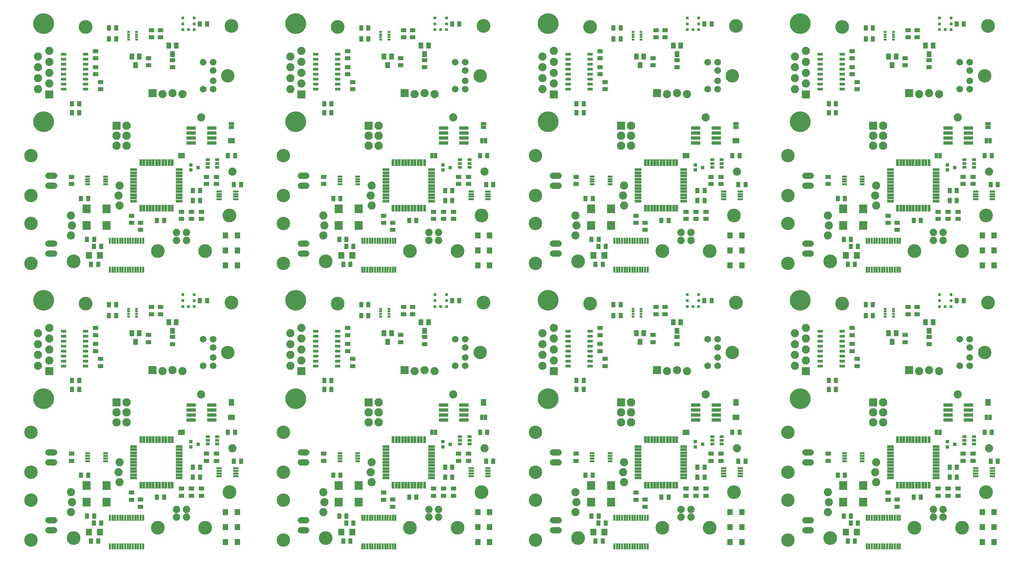
<source format=gts>
G75*
G70*
%OFA0B0*%
%FSLAX25Y25*%
%IPPOS*%
%LPD*%
%AMOC8*
5,1,8,0,0,1.08239X$1,22.5*
%
%ADD101R,0.05520X0.03950*%
%ADD105R,0.03160X0.02770*%
%ADD117R,0.06710X0.02770*%
%ADD121R,0.04740X0.06310*%
%ADD129R,0.02770X0.02180*%
%ADD133R,0.03950X0.02970*%
%ADD138R,0.02170X0.06300*%
%ADD139R,0.03300X0.05800*%
%ADD141C,0.20800*%
%ADD143C,0.08200*%
%ADD148R,0.03560X0.03560*%
%ADD150C,0.07400*%
%ADD158C,0.06350*%
%ADD164R,0.05520X0.03160*%
%ADD17R,0.03950X0.05520*%
%ADD20R,0.05520X0.06310*%
%ADD24C,0.13800*%
%ADD26R,0.02770X0.06710*%
%ADD28R,0.05520X0.01980*%
%ADD39R,0.09500X0.03200*%
%ADD48R,0.04740X0.02370*%
%ADD55R,0.02770X0.03160*%
%ADD56R,0.05800X0.03300*%
%ADD60OC8,0.08200*%
%ADD62C,0.13460*%
%ADD65R,0.07890X0.08670*%
%ADD68R,0.06310X0.07100*%
%ADD73C,0.06740*%
%ADD90R,0.08200X0.08200*%
X0020000Y0020000D02*
G75*
%LPD*%
D148*
X0204360Y0125440D03*
X0204360Y0130560D03*
X0211640Y0128000D03*
D17*
X0213540Y0105000D03*
X0206460Y0105000D03*
X0206460Y0095000D03*
X0213540Y0095000D03*
X0247460Y0111000D03*
X0254540Y0111000D03*
X0248540Y0140000D03*
X0241460Y0140000D03*
X0177540Y0075000D03*
X0170460Y0075000D03*
X0114540Y0049000D03*
X0107460Y0049000D03*
X0107540Y0056000D03*
X0100460Y0056000D03*
X0104460Y0031000D03*
X0111540Y0031000D03*
X0101540Y0097000D03*
X0094460Y0097000D03*
X0092540Y0183000D03*
X0085460Y0183000D03*
X0085460Y0192000D03*
X0092540Y0192000D03*
X0122460Y0257000D03*
X0129540Y0257000D03*
X0129540Y0268000D03*
X0122460Y0268000D03*
X0213460Y0272000D03*
X0220540Y0272000D03*
D133*
X0221280Y0135740D03*
X0221280Y0132000D03*
X0221280Y0128260D03*
X0230720Y0128260D03*
X0230720Y0132000D03*
X0230720Y0135740D03*
D73*
X0226540Y0206620D03*
X0226540Y0214880D03*
X0216690Y0206620D03*
X0226540Y0225120D03*
X0226540Y0233390D03*
X0216690Y0233390D03*
D62*
X0044500Y0032000D03*
X0044500Y0072000D03*
X0044500Y0100000D03*
X0044500Y0140000D03*
X0241500Y0220000D03*
D101*
X0186000Y0228460D03*
X0186000Y0235550D03*
X0162000Y0237550D03*
X0162000Y0230460D03*
X0165000Y0258460D03*
X0165000Y0265550D03*
X0174000Y0265550D03*
X0174000Y0258460D03*
X0114000Y0213550D03*
X0109000Y0221460D03*
X0109000Y0228550D03*
X0109000Y0237460D03*
X0109000Y0244550D03*
X0114000Y0206460D03*
X0085000Y0118550D03*
X0085000Y0111460D03*
X0145000Y0079550D03*
X0145000Y0072460D03*
X0154000Y0072550D03*
X0154000Y0065460D03*
X0195000Y0076460D03*
X0195000Y0083550D03*
X0205000Y0083550D03*
X0205000Y0076460D03*
X0215000Y0076460D03*
X0215000Y0083550D03*
X0220000Y0111460D03*
X0220000Y0118550D03*
X0230000Y0118550D03*
X0230000Y0111460D03*
D164*
X0099020Y0206500D03*
X0099020Y0211500D03*
X0099020Y0216500D03*
X0099020Y0221500D03*
X0099020Y0226500D03*
X0099020Y0231500D03*
X0099020Y0236500D03*
X0099020Y0241500D03*
X0076980Y0241500D03*
X0076980Y0236500D03*
X0076980Y0231500D03*
X0076980Y0226500D03*
X0076980Y0221500D03*
X0076980Y0216500D03*
X0076980Y0211500D03*
X0076980Y0206500D03*
D158*
X0067270Y0120000D02*
X0061730Y0120000D01*
X0061730Y0110000D02*
X0067270Y0110000D01*
X0067270Y0052000D02*
X0061730Y0052000D01*
X0061730Y0042000D02*
X0067270Y0042000D01*
D117*
X0147170Y0094250D03*
X0147170Y0097400D03*
X0147170Y0100550D03*
X0147170Y0103700D03*
X0147170Y0106850D03*
X0147170Y0110000D03*
X0147170Y0113150D03*
X0147170Y0116300D03*
X0147170Y0119450D03*
X0147170Y0122600D03*
X0147170Y0125750D03*
X0192830Y0125750D03*
X0192830Y0122600D03*
X0192830Y0119450D03*
X0192830Y0116300D03*
X0192830Y0113150D03*
X0192830Y0110000D03*
X0192830Y0106850D03*
X0192830Y0103700D03*
X0192830Y0100550D03*
X0192830Y0097400D03*
X0192830Y0094250D03*
D26*
X0185750Y0087170D03*
X0182600Y0087170D03*
X0179450Y0087170D03*
X0176300Y0087170D03*
X0173150Y0087170D03*
X0170000Y0087170D03*
X0166850Y0087170D03*
X0163700Y0087170D03*
X0160550Y0087170D03*
X0157400Y0087170D03*
X0154250Y0087170D03*
X0154250Y0132840D03*
X0157400Y0132840D03*
X0160550Y0132840D03*
X0163700Y0132840D03*
X0166850Y0132840D03*
X0170000Y0132840D03*
X0173150Y0132840D03*
X0176300Y0132840D03*
X0179450Y0132840D03*
X0182600Y0132840D03*
X0185750Y0132840D03*
D138*
X0156630Y0054400D03*
X0154070Y0054400D03*
X0151520Y0054400D03*
X0148960Y0054400D03*
X0146400Y0054400D03*
X0143840Y0054400D03*
X0141280Y0054400D03*
X0138720Y0054400D03*
X0136160Y0054400D03*
X0133600Y0054400D03*
X0131040Y0054400D03*
X0128480Y0054400D03*
X0125930Y0054400D03*
X0123370Y0054400D03*
X0123370Y0025610D03*
X0125930Y0025610D03*
X0128480Y0025610D03*
X0131040Y0025610D03*
X0133600Y0025610D03*
X0136160Y0025610D03*
X0138720Y0025610D03*
X0141280Y0025610D03*
X0143840Y0025610D03*
X0146400Y0025610D03*
X0148960Y0025610D03*
X0151520Y0025610D03*
X0154070Y0025610D03*
X0156630Y0025610D03*
D150*
X0190080Y0055000D03*
X0190080Y0062800D03*
X0199920Y0062800D03*
X0199920Y0055000D03*
D24*
X0218700Y0044300D03*
X0243000Y0080000D03*
X0171300Y0044300D03*
X0087000Y0034000D03*
X0099000Y0269000D03*
X0245000Y0270000D03*
D68*
X0113510Y0040000D03*
X0102490Y0040000D03*
D90*
X0130000Y0170000D03*
X0166000Y0202500D03*
X0062590Y0201190D03*
D60*
X0130000Y0160000D03*
X0140000Y0160000D03*
X0140000Y0170000D03*
X0140000Y0150000D03*
X0130000Y0150000D03*
D65*
X0120000Y0086540D03*
X0120000Y0070000D03*
X0100000Y0070000D03*
X0100000Y0086540D03*
D143*
X0084500Y0080000D03*
X0085500Y0070000D03*
X0084500Y0060000D03*
X0133000Y0090000D03*
X0132000Y0100000D03*
X0133000Y0110000D03*
X0214650Y0178100D03*
X0196000Y0201500D03*
X0186000Y0202500D03*
X0176000Y0201500D03*
X0246000Y0124000D03*
X0062590Y0212100D03*
X0051410Y0206660D03*
X0051410Y0217570D03*
X0062590Y0223000D03*
X0051410Y0228440D03*
X0062590Y0233910D03*
X0051410Y0239340D03*
X0062590Y0244810D03*
D48*
X0101090Y0118850D03*
X0101090Y0116290D03*
X0101090Y0113730D03*
X0101090Y0111170D03*
X0118910Y0111170D03*
X0118910Y0113730D03*
X0118910Y0116290D03*
X0118910Y0118850D03*
D28*
X0232680Y0103850D03*
X0232680Y0101290D03*
X0232680Y0098730D03*
X0232680Y0096170D03*
X0249310Y0096170D03*
X0249310Y0098730D03*
X0249310Y0101290D03*
X0249310Y0103850D03*
D39*
X0225300Y0152500D03*
X0225300Y0157500D03*
X0225300Y0162500D03*
X0225300Y0167500D03*
X0204700Y0167500D03*
X0204700Y0162500D03*
X0204700Y0157500D03*
X0204700Y0152500D03*
D139*
X0196770Y0140000D03*
X0193230Y0140000D03*
X0243230Y0155000D03*
X0246770Y0155000D03*
D56*
X0245000Y0168230D03*
X0245000Y0171770D03*
D121*
X0186000Y0241670D03*
X0182260Y0250330D03*
X0189740Y0250330D03*
X0152740Y0239330D03*
X0145260Y0239330D03*
X0149000Y0230670D03*
D20*
X0239090Y0060000D03*
X0250910Y0060000D03*
X0250910Y0045000D03*
X0239090Y0045000D03*
X0239090Y0030000D03*
X0250910Y0030000D03*
D141*
X0057000Y0173790D03*
X0057000Y0272220D03*
D129*
X0141960Y0263840D03*
X0141960Y0261280D03*
X0141960Y0258720D03*
X0141960Y0256160D03*
X0150040Y0256160D03*
X0150040Y0258720D03*
X0150040Y0261280D03*
X0150040Y0263840D03*
D55*
X0196290Y0266100D03*
X0196290Y0272000D03*
X0196290Y0277910D03*
X0207710Y0277910D03*
X0207710Y0272000D03*
X0207710Y0266100D03*
D105*
X0202000Y0266100D03*
X0272500Y0020000D02*
G75*
%LPD*%
D148*
X0456860Y0125440D03*
X0456860Y0130560D03*
X0464140Y0128000D03*
D17*
X0466040Y0105000D03*
X0458960Y0105000D03*
X0458960Y0095000D03*
X0466040Y0095000D03*
X0499960Y0111000D03*
X0507040Y0111000D03*
X0501040Y0140000D03*
X0493960Y0140000D03*
X0430040Y0075000D03*
X0422960Y0075000D03*
X0367040Y0049000D03*
X0359960Y0049000D03*
X0360040Y0056000D03*
X0352960Y0056000D03*
X0356960Y0031000D03*
X0364040Y0031000D03*
X0354040Y0097000D03*
X0346960Y0097000D03*
X0345040Y0183000D03*
X0337960Y0183000D03*
X0337960Y0192000D03*
X0345040Y0192000D03*
X0374960Y0257000D03*
X0382040Y0257000D03*
X0382040Y0268000D03*
X0374960Y0268000D03*
X0465960Y0272000D03*
X0473040Y0272000D03*
D133*
X0473780Y0135740D03*
X0473780Y0132000D03*
X0473780Y0128260D03*
X0483220Y0128260D03*
X0483220Y0132000D03*
X0483220Y0135740D03*
D73*
X0479040Y0206620D03*
X0479040Y0214880D03*
X0469190Y0206620D03*
X0479040Y0225120D03*
X0479040Y0233390D03*
X0469190Y0233390D03*
D62*
X0297000Y0032000D03*
X0297000Y0072000D03*
X0297000Y0100000D03*
X0297000Y0140000D03*
X0494000Y0220000D03*
D101*
X0438500Y0228460D03*
X0438500Y0235550D03*
X0414500Y0237550D03*
X0414500Y0230460D03*
X0417500Y0258460D03*
X0417500Y0265550D03*
X0426500Y0265550D03*
X0426500Y0258460D03*
X0366500Y0213550D03*
X0361500Y0221460D03*
X0361500Y0228550D03*
X0361500Y0237460D03*
X0361500Y0244550D03*
X0366500Y0206460D03*
X0337500Y0118550D03*
X0337500Y0111460D03*
X0397500Y0079550D03*
X0397500Y0072460D03*
X0406500Y0072550D03*
X0406500Y0065460D03*
X0447500Y0076460D03*
X0447500Y0083550D03*
X0457500Y0083550D03*
X0457500Y0076460D03*
X0467500Y0076460D03*
X0467500Y0083550D03*
X0472500Y0111460D03*
X0472500Y0118550D03*
X0482500Y0118550D03*
X0482500Y0111460D03*
D164*
X0351520Y0206500D03*
X0351520Y0211500D03*
X0351520Y0216500D03*
X0351520Y0221500D03*
X0351520Y0226500D03*
X0351520Y0231500D03*
X0351520Y0236500D03*
X0351520Y0241500D03*
X0329480Y0241500D03*
X0329480Y0236500D03*
X0329480Y0231500D03*
X0329480Y0226500D03*
X0329480Y0221500D03*
X0329480Y0216500D03*
X0329480Y0211500D03*
X0329480Y0206500D03*
D158*
X0319770Y0120000D02*
X0314230Y0120000D01*
X0314230Y0110000D02*
X0319770Y0110000D01*
X0319770Y0052000D02*
X0314230Y0052000D01*
X0314230Y0042000D02*
X0319770Y0042000D01*
D117*
X0399670Y0094250D03*
X0399670Y0097400D03*
X0399670Y0100550D03*
X0399670Y0103700D03*
X0399670Y0106850D03*
X0399670Y0110000D03*
X0399670Y0113150D03*
X0399670Y0116300D03*
X0399670Y0119450D03*
X0399670Y0122600D03*
X0399670Y0125750D03*
X0445330Y0125750D03*
X0445330Y0122600D03*
X0445330Y0119450D03*
X0445330Y0116300D03*
X0445330Y0113150D03*
X0445330Y0110000D03*
X0445330Y0106850D03*
X0445330Y0103700D03*
X0445330Y0100550D03*
X0445330Y0097400D03*
X0445330Y0094250D03*
D26*
X0438250Y0087170D03*
X0435100Y0087170D03*
X0431950Y0087170D03*
X0428800Y0087170D03*
X0425650Y0087170D03*
X0422500Y0087170D03*
X0419350Y0087170D03*
X0416200Y0087170D03*
X0413050Y0087170D03*
X0409900Y0087170D03*
X0406750Y0087170D03*
X0406750Y0132840D03*
X0409900Y0132840D03*
X0413050Y0132840D03*
X0416200Y0132840D03*
X0419350Y0132840D03*
X0422500Y0132840D03*
X0425650Y0132840D03*
X0428800Y0132840D03*
X0431950Y0132840D03*
X0435100Y0132840D03*
X0438250Y0132840D03*
D138*
X0409130Y0054400D03*
X0406570Y0054400D03*
X0404020Y0054400D03*
X0401460Y0054400D03*
X0398900Y0054400D03*
X0396340Y0054400D03*
X0393780Y0054400D03*
X0391220Y0054400D03*
X0388660Y0054400D03*
X0386100Y0054400D03*
X0383540Y0054400D03*
X0380980Y0054400D03*
X0378430Y0054400D03*
X0375870Y0054400D03*
X0375870Y0025610D03*
X0378430Y0025610D03*
X0380980Y0025610D03*
X0383540Y0025610D03*
X0386100Y0025610D03*
X0388660Y0025610D03*
X0391220Y0025610D03*
X0393780Y0025610D03*
X0396340Y0025610D03*
X0398900Y0025610D03*
X0401460Y0025610D03*
X0404020Y0025610D03*
X0406570Y0025610D03*
X0409130Y0025610D03*
D150*
X0442580Y0055000D03*
X0442580Y0062800D03*
X0452420Y0062800D03*
X0452420Y0055000D03*
D24*
X0471200Y0044300D03*
X0495500Y0080000D03*
X0423800Y0044300D03*
X0339500Y0034000D03*
X0351500Y0269000D03*
X0497500Y0270000D03*
D68*
X0366010Y0040000D03*
X0354990Y0040000D03*
D90*
X0382500Y0170000D03*
X0418500Y0202500D03*
X0315090Y0201190D03*
D60*
X0382500Y0160000D03*
X0392500Y0160000D03*
X0392500Y0170000D03*
X0392500Y0150000D03*
X0382500Y0150000D03*
D65*
X0372500Y0086540D03*
X0372500Y0070000D03*
X0352500Y0070000D03*
X0352500Y0086540D03*
D143*
X0337000Y0080000D03*
X0338000Y0070000D03*
X0337000Y0060000D03*
X0385500Y0090000D03*
X0384500Y0100000D03*
X0385500Y0110000D03*
X0467150Y0178100D03*
X0448500Y0201500D03*
X0438500Y0202500D03*
X0428500Y0201500D03*
X0498500Y0124000D03*
X0315090Y0212100D03*
X0303910Y0206660D03*
X0303910Y0217570D03*
X0315090Y0223000D03*
X0303910Y0228440D03*
X0315090Y0233910D03*
X0303910Y0239340D03*
X0315090Y0244810D03*
D48*
X0353590Y0118850D03*
X0353590Y0116290D03*
X0353590Y0113730D03*
X0353590Y0111170D03*
X0371410Y0111170D03*
X0371410Y0113730D03*
X0371410Y0116290D03*
X0371410Y0118850D03*
D28*
X0485180Y0103850D03*
X0485180Y0101290D03*
X0485180Y0098730D03*
X0485180Y0096170D03*
X0501810Y0096170D03*
X0501810Y0098730D03*
X0501810Y0101290D03*
X0501810Y0103850D03*
D39*
X0477800Y0152500D03*
X0477800Y0157500D03*
X0477800Y0162500D03*
X0477800Y0167500D03*
X0457200Y0167500D03*
X0457200Y0162500D03*
X0457200Y0157500D03*
X0457200Y0152500D03*
D139*
X0449270Y0140000D03*
X0445730Y0140000D03*
X0495730Y0155000D03*
X0499270Y0155000D03*
D56*
X0497500Y0168230D03*
X0497500Y0171770D03*
D121*
X0438500Y0241670D03*
X0434760Y0250330D03*
X0442240Y0250330D03*
X0405240Y0239330D03*
X0397760Y0239330D03*
X0401500Y0230670D03*
D20*
X0491590Y0060000D03*
X0503410Y0060000D03*
X0503410Y0045000D03*
X0491590Y0045000D03*
X0491590Y0030000D03*
X0503410Y0030000D03*
D141*
X0309500Y0173790D03*
X0309500Y0272220D03*
D129*
X0394460Y0263840D03*
X0394460Y0261280D03*
X0394460Y0258720D03*
X0394460Y0256160D03*
X0402540Y0256160D03*
X0402540Y0258720D03*
X0402540Y0261280D03*
X0402540Y0263840D03*
D55*
X0448790Y0266100D03*
X0448790Y0272000D03*
X0448790Y0277910D03*
X0460210Y0277910D03*
X0460210Y0272000D03*
X0460210Y0266100D03*
D105*
X0454500Y0266100D03*
X0020000Y0297500D02*
G75*
%LPD*%
D148*
X0204360Y0402940D03*
X0204360Y0408060D03*
X0211640Y0405500D03*
D17*
X0213540Y0382500D03*
X0206460Y0382500D03*
X0206460Y0372500D03*
X0213540Y0372500D03*
X0247460Y0388500D03*
X0254540Y0388500D03*
X0248540Y0417500D03*
X0241460Y0417500D03*
X0177540Y0352500D03*
X0170460Y0352500D03*
X0114540Y0326500D03*
X0107460Y0326500D03*
X0107540Y0333500D03*
X0100460Y0333500D03*
X0104460Y0308500D03*
X0111540Y0308500D03*
X0101540Y0374500D03*
X0094460Y0374500D03*
X0092540Y0460500D03*
X0085460Y0460500D03*
X0085460Y0469500D03*
X0092540Y0469500D03*
X0122460Y0534500D03*
X0129540Y0534500D03*
X0129540Y0545500D03*
X0122460Y0545500D03*
X0213460Y0549500D03*
X0220540Y0549500D03*
D133*
X0221280Y0413240D03*
X0221280Y0409500D03*
X0221280Y0405760D03*
X0230720Y0405760D03*
X0230720Y0409500D03*
X0230720Y0413240D03*
D73*
X0226540Y0484120D03*
X0226540Y0492380D03*
X0216690Y0484120D03*
X0226540Y0502620D03*
X0226540Y0510890D03*
X0216690Y0510890D03*
D62*
X0044500Y0309500D03*
X0044500Y0349500D03*
X0044500Y0377500D03*
X0044500Y0417500D03*
X0241500Y0497500D03*
D101*
X0186000Y0505960D03*
X0186000Y0513050D03*
X0162000Y0515050D03*
X0162000Y0507960D03*
X0165000Y0535960D03*
X0165000Y0543050D03*
X0174000Y0543050D03*
X0174000Y0535960D03*
X0114000Y0491050D03*
X0109000Y0498960D03*
X0109000Y0506050D03*
X0109000Y0514960D03*
X0109000Y0522050D03*
X0114000Y0483960D03*
X0085000Y0396050D03*
X0085000Y0388960D03*
X0145000Y0357050D03*
X0145000Y0349960D03*
X0154000Y0350050D03*
X0154000Y0342960D03*
X0195000Y0353960D03*
X0195000Y0361050D03*
X0205000Y0361050D03*
X0205000Y0353960D03*
X0215000Y0353960D03*
X0215000Y0361050D03*
X0220000Y0388960D03*
X0220000Y0396050D03*
X0230000Y0396050D03*
X0230000Y0388960D03*
D164*
X0099020Y0484000D03*
X0099020Y0489000D03*
X0099020Y0494000D03*
X0099020Y0499000D03*
X0099020Y0504000D03*
X0099020Y0509000D03*
X0099020Y0514000D03*
X0099020Y0519000D03*
X0076980Y0519000D03*
X0076980Y0514000D03*
X0076980Y0509000D03*
X0076980Y0504000D03*
X0076980Y0499000D03*
X0076980Y0494000D03*
X0076980Y0489000D03*
X0076980Y0484000D03*
D158*
X0067270Y0397500D02*
X0061730Y0397500D01*
X0061730Y0387500D02*
X0067270Y0387500D01*
X0067270Y0329500D02*
X0061730Y0329500D01*
X0061730Y0319500D02*
X0067270Y0319500D01*
D117*
X0147170Y0371750D03*
X0147170Y0374900D03*
X0147170Y0378050D03*
X0147170Y0381200D03*
X0147170Y0384350D03*
X0147170Y0387500D03*
X0147170Y0390650D03*
X0147170Y0393800D03*
X0147170Y0396950D03*
X0147170Y0400100D03*
X0147170Y0403250D03*
X0192830Y0403250D03*
X0192830Y0400100D03*
X0192830Y0396950D03*
X0192830Y0393800D03*
X0192830Y0390650D03*
X0192830Y0387500D03*
X0192830Y0384350D03*
X0192830Y0381200D03*
X0192830Y0378050D03*
X0192830Y0374900D03*
X0192830Y0371750D03*
D26*
X0185750Y0364670D03*
X0182600Y0364670D03*
X0179450Y0364670D03*
X0176300Y0364670D03*
X0173150Y0364670D03*
X0170000Y0364670D03*
X0166850Y0364670D03*
X0163700Y0364670D03*
X0160550Y0364670D03*
X0157400Y0364670D03*
X0154250Y0364670D03*
X0154250Y0410340D03*
X0157400Y0410340D03*
X0160550Y0410340D03*
X0163700Y0410340D03*
X0166850Y0410340D03*
X0170000Y0410340D03*
X0173150Y0410340D03*
X0176300Y0410340D03*
X0179450Y0410340D03*
X0182600Y0410340D03*
X0185750Y0410340D03*
D138*
X0156630Y0331900D03*
X0154070Y0331900D03*
X0151520Y0331900D03*
X0148960Y0331900D03*
X0146400Y0331900D03*
X0143840Y0331900D03*
X0141280Y0331900D03*
X0138720Y0331900D03*
X0136160Y0331900D03*
X0133600Y0331900D03*
X0131040Y0331900D03*
X0128480Y0331900D03*
X0125930Y0331900D03*
X0123370Y0331900D03*
X0123370Y0303110D03*
X0125930Y0303110D03*
X0128480Y0303110D03*
X0131040Y0303110D03*
X0133600Y0303110D03*
X0136160Y0303110D03*
X0138720Y0303110D03*
X0141280Y0303110D03*
X0143840Y0303110D03*
X0146400Y0303110D03*
X0148960Y0303110D03*
X0151520Y0303110D03*
X0154070Y0303110D03*
X0156630Y0303110D03*
D150*
X0190080Y0332500D03*
X0190080Y0340300D03*
X0199920Y0340300D03*
X0199920Y0332500D03*
D24*
X0218700Y0321800D03*
X0243000Y0357500D03*
X0171300Y0321800D03*
X0087000Y0311500D03*
X0099000Y0546500D03*
X0245000Y0547500D03*
D68*
X0113510Y0317500D03*
X0102490Y0317500D03*
D90*
X0130000Y0447500D03*
X0166000Y0480000D03*
X0062590Y0478690D03*
D60*
X0130000Y0437500D03*
X0140000Y0437500D03*
X0140000Y0447500D03*
X0140000Y0427500D03*
X0130000Y0427500D03*
D65*
X0120000Y0364040D03*
X0120000Y0347500D03*
X0100000Y0347500D03*
X0100000Y0364040D03*
D143*
X0084500Y0357500D03*
X0085500Y0347500D03*
X0084500Y0337500D03*
X0133000Y0367500D03*
X0132000Y0377500D03*
X0133000Y0387500D03*
X0214650Y0455600D03*
X0196000Y0479000D03*
X0186000Y0480000D03*
X0176000Y0479000D03*
X0246000Y0401500D03*
X0062590Y0489600D03*
X0051410Y0484160D03*
X0051410Y0495070D03*
X0062590Y0500500D03*
X0051410Y0505940D03*
X0062590Y0511410D03*
X0051410Y0516840D03*
X0062590Y0522310D03*
D48*
X0101090Y0396350D03*
X0101090Y0393790D03*
X0101090Y0391230D03*
X0101090Y0388670D03*
X0118910Y0388670D03*
X0118910Y0391230D03*
X0118910Y0393790D03*
X0118910Y0396350D03*
D28*
X0232680Y0381350D03*
X0232680Y0378790D03*
X0232680Y0376230D03*
X0232680Y0373670D03*
X0249310Y0373670D03*
X0249310Y0376230D03*
X0249310Y0378790D03*
X0249310Y0381350D03*
D39*
X0225300Y0430000D03*
X0225300Y0435000D03*
X0225300Y0440000D03*
X0225300Y0445000D03*
X0204700Y0445000D03*
X0204700Y0440000D03*
X0204700Y0435000D03*
X0204700Y0430000D03*
D139*
X0196770Y0417500D03*
X0193230Y0417500D03*
X0243230Y0432500D03*
X0246770Y0432500D03*
D56*
X0245000Y0445730D03*
X0245000Y0449270D03*
D121*
X0186000Y0519170D03*
X0182260Y0527830D03*
X0189740Y0527830D03*
X0152740Y0516830D03*
X0145260Y0516830D03*
X0149000Y0508170D03*
D20*
X0239090Y0337500D03*
X0250910Y0337500D03*
X0250910Y0322500D03*
X0239090Y0322500D03*
X0239090Y0307500D03*
X0250910Y0307500D03*
D141*
X0057000Y0451290D03*
X0057000Y0549720D03*
D129*
X0141960Y0541340D03*
X0141960Y0538780D03*
X0141960Y0536220D03*
X0141960Y0533660D03*
X0150040Y0533660D03*
X0150040Y0536220D03*
X0150040Y0538780D03*
X0150040Y0541340D03*
D55*
X0196290Y0543600D03*
X0196290Y0549500D03*
X0196290Y0555410D03*
X0207710Y0555410D03*
X0207710Y0549500D03*
X0207710Y0543600D03*
D105*
X0202000Y0543600D03*
X0525000Y0020000D02*
G75*
%LPD*%
D148*
X0709360Y0125440D03*
X0709360Y0130560D03*
X0716640Y0128000D03*
D17*
X0718540Y0105000D03*
X0711460Y0105000D03*
X0711460Y0095000D03*
X0718540Y0095000D03*
X0752460Y0111000D03*
X0759540Y0111000D03*
X0753540Y0140000D03*
X0746460Y0140000D03*
X0682540Y0075000D03*
X0675460Y0075000D03*
X0619540Y0049000D03*
X0612460Y0049000D03*
X0612540Y0056000D03*
X0605460Y0056000D03*
X0609460Y0031000D03*
X0616540Y0031000D03*
X0606540Y0097000D03*
X0599460Y0097000D03*
X0597540Y0183000D03*
X0590460Y0183000D03*
X0590460Y0192000D03*
X0597540Y0192000D03*
X0627460Y0257000D03*
X0634540Y0257000D03*
X0634540Y0268000D03*
X0627460Y0268000D03*
X0718460Y0272000D03*
X0725540Y0272000D03*
D133*
X0726280Y0135740D03*
X0726280Y0132000D03*
X0726280Y0128260D03*
X0735720Y0128260D03*
X0735720Y0132000D03*
X0735720Y0135740D03*
D73*
X0731540Y0206620D03*
X0731540Y0214880D03*
X0721690Y0206620D03*
X0731540Y0225120D03*
X0731540Y0233390D03*
X0721690Y0233390D03*
D62*
X0549500Y0032000D03*
X0549500Y0072000D03*
X0549500Y0100000D03*
X0549500Y0140000D03*
X0746500Y0220000D03*
D101*
X0691000Y0228460D03*
X0691000Y0235550D03*
X0667000Y0237550D03*
X0667000Y0230460D03*
X0670000Y0258460D03*
X0670000Y0265550D03*
X0679000Y0265550D03*
X0679000Y0258460D03*
X0619000Y0213550D03*
X0614000Y0221460D03*
X0614000Y0228550D03*
X0614000Y0237460D03*
X0614000Y0244550D03*
X0619000Y0206460D03*
X0590000Y0118550D03*
X0590000Y0111460D03*
X0650000Y0079550D03*
X0650000Y0072460D03*
X0659000Y0072550D03*
X0659000Y0065460D03*
X0700000Y0076460D03*
X0700000Y0083550D03*
X0710000Y0083550D03*
X0710000Y0076460D03*
X0720000Y0076460D03*
X0720000Y0083550D03*
X0725000Y0111460D03*
X0725000Y0118550D03*
X0735000Y0118550D03*
X0735000Y0111460D03*
D164*
X0604020Y0206500D03*
X0604020Y0211500D03*
X0604020Y0216500D03*
X0604020Y0221500D03*
X0604020Y0226500D03*
X0604020Y0231500D03*
X0604020Y0236500D03*
X0604020Y0241500D03*
X0581980Y0241500D03*
X0581980Y0236500D03*
X0581980Y0231500D03*
X0581980Y0226500D03*
X0581980Y0221500D03*
X0581980Y0216500D03*
X0581980Y0211500D03*
X0581980Y0206500D03*
D158*
X0572270Y0120000D02*
X0566730Y0120000D01*
X0566730Y0110000D02*
X0572270Y0110000D01*
X0572270Y0052000D02*
X0566730Y0052000D01*
X0566730Y0042000D02*
X0572270Y0042000D01*
D117*
X0652170Y0094250D03*
X0652170Y0097400D03*
X0652170Y0100550D03*
X0652170Y0103700D03*
X0652170Y0106850D03*
X0652170Y0110000D03*
X0652170Y0113150D03*
X0652170Y0116300D03*
X0652170Y0119450D03*
X0652170Y0122600D03*
X0652170Y0125750D03*
X0697830Y0125750D03*
X0697830Y0122600D03*
X0697830Y0119450D03*
X0697830Y0116300D03*
X0697830Y0113150D03*
X0697830Y0110000D03*
X0697830Y0106850D03*
X0697830Y0103700D03*
X0697830Y0100550D03*
X0697830Y0097400D03*
X0697830Y0094250D03*
D26*
X0690750Y0087170D03*
X0687600Y0087170D03*
X0684450Y0087170D03*
X0681300Y0087170D03*
X0678150Y0087170D03*
X0675000Y0087170D03*
X0671850Y0087170D03*
X0668700Y0087170D03*
X0665550Y0087170D03*
X0662400Y0087170D03*
X0659250Y0087170D03*
X0659250Y0132840D03*
X0662400Y0132840D03*
X0665550Y0132840D03*
X0668700Y0132840D03*
X0671850Y0132840D03*
X0675000Y0132840D03*
X0678150Y0132840D03*
X0681300Y0132840D03*
X0684450Y0132840D03*
X0687600Y0132840D03*
X0690750Y0132840D03*
D138*
X0661630Y0054400D03*
X0659070Y0054400D03*
X0656520Y0054400D03*
X0653960Y0054400D03*
X0651400Y0054400D03*
X0648840Y0054400D03*
X0646280Y0054400D03*
X0643720Y0054400D03*
X0641160Y0054400D03*
X0638600Y0054400D03*
X0636040Y0054400D03*
X0633480Y0054400D03*
X0630930Y0054400D03*
X0628370Y0054400D03*
X0628370Y0025610D03*
X0630930Y0025610D03*
X0633480Y0025610D03*
X0636040Y0025610D03*
X0638600Y0025610D03*
X0641160Y0025610D03*
X0643720Y0025610D03*
X0646280Y0025610D03*
X0648840Y0025610D03*
X0651400Y0025610D03*
X0653960Y0025610D03*
X0656520Y0025610D03*
X0659070Y0025610D03*
X0661630Y0025610D03*
D150*
X0695080Y0055000D03*
X0695080Y0062800D03*
X0704920Y0062800D03*
X0704920Y0055000D03*
D24*
X0723700Y0044300D03*
X0748000Y0080000D03*
X0676300Y0044300D03*
X0592000Y0034000D03*
X0604000Y0269000D03*
X0750000Y0270000D03*
D68*
X0618510Y0040000D03*
X0607490Y0040000D03*
D90*
X0635000Y0170000D03*
X0671000Y0202500D03*
X0567590Y0201190D03*
D60*
X0635000Y0160000D03*
X0645000Y0160000D03*
X0645000Y0170000D03*
X0645000Y0150000D03*
X0635000Y0150000D03*
D65*
X0625000Y0086540D03*
X0625000Y0070000D03*
X0605000Y0070000D03*
X0605000Y0086540D03*
D143*
X0589500Y0080000D03*
X0590500Y0070000D03*
X0589500Y0060000D03*
X0638000Y0090000D03*
X0637000Y0100000D03*
X0638000Y0110000D03*
X0719650Y0178100D03*
X0701000Y0201500D03*
X0691000Y0202500D03*
X0681000Y0201500D03*
X0751000Y0124000D03*
X0567590Y0212100D03*
X0556410Y0206660D03*
X0556410Y0217570D03*
X0567590Y0223000D03*
X0556410Y0228440D03*
X0567590Y0233910D03*
X0556410Y0239340D03*
X0567590Y0244810D03*
D48*
X0606090Y0118850D03*
X0606090Y0116290D03*
X0606090Y0113730D03*
X0606090Y0111170D03*
X0623910Y0111170D03*
X0623910Y0113730D03*
X0623910Y0116290D03*
X0623910Y0118850D03*
D28*
X0737680Y0103850D03*
X0737680Y0101290D03*
X0737680Y0098730D03*
X0737680Y0096170D03*
X0754310Y0096170D03*
X0754310Y0098730D03*
X0754310Y0101290D03*
X0754310Y0103850D03*
D39*
X0730300Y0152500D03*
X0730300Y0157500D03*
X0730300Y0162500D03*
X0730300Y0167500D03*
X0709700Y0167500D03*
X0709700Y0162500D03*
X0709700Y0157500D03*
X0709700Y0152500D03*
D139*
X0701770Y0140000D03*
X0698230Y0140000D03*
X0748230Y0155000D03*
X0751770Y0155000D03*
D56*
X0750000Y0168230D03*
X0750000Y0171770D03*
D121*
X0691000Y0241670D03*
X0687260Y0250330D03*
X0694740Y0250330D03*
X0657740Y0239330D03*
X0650260Y0239330D03*
X0654000Y0230670D03*
D20*
X0744090Y0060000D03*
X0755910Y0060000D03*
X0755910Y0045000D03*
X0744090Y0045000D03*
X0744090Y0030000D03*
X0755910Y0030000D03*
D141*
X0562000Y0173790D03*
X0562000Y0272220D03*
D129*
X0646960Y0263840D03*
X0646960Y0261280D03*
X0646960Y0258720D03*
X0646960Y0256160D03*
X0655040Y0256160D03*
X0655040Y0258720D03*
X0655040Y0261280D03*
X0655040Y0263840D03*
D55*
X0701290Y0266100D03*
X0701290Y0272000D03*
X0701290Y0277910D03*
X0712710Y0277910D03*
X0712710Y0272000D03*
X0712710Y0266100D03*
D105*
X0707000Y0266100D03*
X0777500Y0020000D02*
G75*
%LPD*%
D148*
X0961860Y0125440D03*
X0961860Y0130560D03*
X0969140Y0128000D03*
D17*
X0971040Y0105000D03*
X0963960Y0105000D03*
X0963960Y0095000D03*
X0971040Y0095000D03*
X1004960Y0111000D03*
X1012040Y0111000D03*
X1006040Y0140000D03*
X0998960Y0140000D03*
X0935040Y0075000D03*
X0927960Y0075000D03*
X0872040Y0049000D03*
X0864960Y0049000D03*
X0865040Y0056000D03*
X0857960Y0056000D03*
X0861960Y0031000D03*
X0869040Y0031000D03*
X0859040Y0097000D03*
X0851960Y0097000D03*
X0850040Y0183000D03*
X0842960Y0183000D03*
X0842960Y0192000D03*
X0850040Y0192000D03*
X0879960Y0257000D03*
X0887040Y0257000D03*
X0887040Y0268000D03*
X0879960Y0268000D03*
X0970960Y0272000D03*
X0978040Y0272000D03*
D133*
X0978780Y0135740D03*
X0978780Y0132000D03*
X0978780Y0128260D03*
X0988220Y0128260D03*
X0988220Y0132000D03*
X0988220Y0135740D03*
D73*
X0984040Y0206620D03*
X0984040Y0214880D03*
X0974190Y0206620D03*
X0984040Y0225120D03*
X0984040Y0233390D03*
X0974190Y0233390D03*
D62*
X0802000Y0032000D03*
X0802000Y0072000D03*
X0802000Y0100000D03*
X0802000Y0140000D03*
X0999000Y0220000D03*
D101*
X0943500Y0228460D03*
X0943500Y0235550D03*
X0919500Y0237550D03*
X0919500Y0230460D03*
X0922500Y0258460D03*
X0922500Y0265550D03*
X0931500Y0265550D03*
X0931500Y0258460D03*
X0871500Y0213550D03*
X0866500Y0221460D03*
X0866500Y0228550D03*
X0866500Y0237460D03*
X0866500Y0244550D03*
X0871500Y0206460D03*
X0842500Y0118550D03*
X0842500Y0111460D03*
X0902500Y0079550D03*
X0902500Y0072460D03*
X0911500Y0072550D03*
X0911500Y0065460D03*
X0952500Y0076460D03*
X0952500Y0083550D03*
X0962500Y0083550D03*
X0962500Y0076460D03*
X0972500Y0076460D03*
X0972500Y0083550D03*
X0977500Y0111460D03*
X0977500Y0118550D03*
X0987500Y0118550D03*
X0987500Y0111460D03*
D164*
X0856520Y0206500D03*
X0856520Y0211500D03*
X0856520Y0216500D03*
X0856520Y0221500D03*
X0856520Y0226500D03*
X0856520Y0231500D03*
X0856520Y0236500D03*
X0856520Y0241500D03*
X0834480Y0241500D03*
X0834480Y0236500D03*
X0834480Y0231500D03*
X0834480Y0226500D03*
X0834480Y0221500D03*
X0834480Y0216500D03*
X0834480Y0211500D03*
X0834480Y0206500D03*
D158*
X0824770Y0120000D02*
X0819230Y0120000D01*
X0819230Y0110000D02*
X0824770Y0110000D01*
X0824770Y0052000D02*
X0819230Y0052000D01*
X0819230Y0042000D02*
X0824770Y0042000D01*
D117*
X0904670Y0094250D03*
X0904670Y0097400D03*
X0904670Y0100550D03*
X0904670Y0103700D03*
X0904670Y0106850D03*
X0904670Y0110000D03*
X0904670Y0113150D03*
X0904670Y0116300D03*
X0904670Y0119450D03*
X0904670Y0122600D03*
X0904670Y0125750D03*
X0950330Y0125750D03*
X0950330Y0122600D03*
X0950330Y0119450D03*
X0950330Y0116300D03*
X0950330Y0113150D03*
X0950330Y0110000D03*
X0950330Y0106850D03*
X0950330Y0103700D03*
X0950330Y0100550D03*
X0950330Y0097400D03*
X0950330Y0094250D03*
D26*
X0943250Y0087170D03*
X0940100Y0087170D03*
X0936950Y0087170D03*
X0933800Y0087170D03*
X0930650Y0087170D03*
X0927500Y0087170D03*
X0924350Y0087170D03*
X0921200Y0087170D03*
X0918050Y0087170D03*
X0914900Y0087170D03*
X0911750Y0087170D03*
X0911750Y0132840D03*
X0914900Y0132840D03*
X0918050Y0132840D03*
X0921200Y0132840D03*
X0924350Y0132840D03*
X0927500Y0132840D03*
X0930650Y0132840D03*
X0933800Y0132840D03*
X0936950Y0132840D03*
X0940100Y0132840D03*
X0943250Y0132840D03*
D138*
X0914130Y0054400D03*
X0911570Y0054400D03*
X0909020Y0054400D03*
X0906460Y0054400D03*
X0903900Y0054400D03*
X0901340Y0054400D03*
X0898780Y0054400D03*
X0896220Y0054400D03*
X0893660Y0054400D03*
X0891100Y0054400D03*
X0888540Y0054400D03*
X0885980Y0054400D03*
X0883430Y0054400D03*
X0880870Y0054400D03*
X0880870Y0025610D03*
X0883430Y0025610D03*
X0885980Y0025610D03*
X0888540Y0025610D03*
X0891100Y0025610D03*
X0893660Y0025610D03*
X0896220Y0025610D03*
X0898780Y0025610D03*
X0901340Y0025610D03*
X0903900Y0025610D03*
X0906460Y0025610D03*
X0909020Y0025610D03*
X0911570Y0025610D03*
X0914130Y0025610D03*
D150*
X0947580Y0055000D03*
X0947580Y0062800D03*
X0957420Y0062800D03*
X0957420Y0055000D03*
D24*
X0976200Y0044300D03*
X1000500Y0080000D03*
X0928800Y0044300D03*
X0844500Y0034000D03*
X0856500Y0269000D03*
X1002500Y0270000D03*
D68*
X0871010Y0040000D03*
X0859990Y0040000D03*
D90*
X0887500Y0170000D03*
X0923500Y0202500D03*
X0820090Y0201190D03*
D60*
X0887500Y0160000D03*
X0897500Y0160000D03*
X0897500Y0170000D03*
X0897500Y0150000D03*
X0887500Y0150000D03*
D65*
X0877500Y0086540D03*
X0877500Y0070000D03*
X0857500Y0070000D03*
X0857500Y0086540D03*
D143*
X0842000Y0080000D03*
X0843000Y0070000D03*
X0842000Y0060000D03*
X0890500Y0090000D03*
X0889500Y0100000D03*
X0890500Y0110000D03*
X0972150Y0178100D03*
X0953500Y0201500D03*
X0943500Y0202500D03*
X0933500Y0201500D03*
X1003500Y0124000D03*
X0820090Y0212100D03*
X0808910Y0206660D03*
X0808910Y0217570D03*
X0820090Y0223000D03*
X0808910Y0228440D03*
X0820090Y0233910D03*
X0808910Y0239340D03*
X0820090Y0244810D03*
D48*
X0858590Y0118850D03*
X0858590Y0116290D03*
X0858590Y0113730D03*
X0858590Y0111170D03*
X0876410Y0111170D03*
X0876410Y0113730D03*
X0876410Y0116290D03*
X0876410Y0118850D03*
D28*
X0990180Y0103850D03*
X0990180Y0101290D03*
X0990180Y0098730D03*
X0990180Y0096170D03*
X1006810Y0096170D03*
X1006810Y0098730D03*
X1006810Y0101290D03*
X1006810Y0103850D03*
D39*
X0982800Y0152500D03*
X0982800Y0157500D03*
X0982800Y0162500D03*
X0982800Y0167500D03*
X0962200Y0167500D03*
X0962200Y0162500D03*
X0962200Y0157500D03*
X0962200Y0152500D03*
D139*
X0954270Y0140000D03*
X0950730Y0140000D03*
X1000730Y0155000D03*
X1004270Y0155000D03*
D56*
X1002500Y0168230D03*
X1002500Y0171770D03*
D121*
X0943500Y0241670D03*
X0939760Y0250330D03*
X0947240Y0250330D03*
X0910240Y0239330D03*
X0902760Y0239330D03*
X0906500Y0230670D03*
D20*
X0996590Y0060000D03*
X1008410Y0060000D03*
X1008410Y0045000D03*
X0996590Y0045000D03*
X0996590Y0030000D03*
X1008410Y0030000D03*
D141*
X0814500Y0173790D03*
X0814500Y0272220D03*
D129*
X0899460Y0263840D03*
X0899460Y0261280D03*
X0899460Y0258720D03*
X0899460Y0256160D03*
X0907540Y0256160D03*
X0907540Y0258720D03*
X0907540Y0261280D03*
X0907540Y0263840D03*
D55*
X0953790Y0266100D03*
X0953790Y0272000D03*
X0953790Y0277910D03*
X0965210Y0277910D03*
X0965210Y0272000D03*
X0965210Y0266100D03*
D105*
X0959500Y0266100D03*
X0272500Y0297500D02*
G75*
%LPD*%
D148*
X0456860Y0402940D03*
X0456860Y0408060D03*
X0464140Y0405500D03*
D17*
X0466040Y0382500D03*
X0458960Y0382500D03*
X0458960Y0372500D03*
X0466040Y0372500D03*
X0499960Y0388500D03*
X0507040Y0388500D03*
X0501040Y0417500D03*
X0493960Y0417500D03*
X0430040Y0352500D03*
X0422960Y0352500D03*
X0367040Y0326500D03*
X0359960Y0326500D03*
X0360040Y0333500D03*
X0352960Y0333500D03*
X0356960Y0308500D03*
X0364040Y0308500D03*
X0354040Y0374500D03*
X0346960Y0374500D03*
X0345040Y0460500D03*
X0337960Y0460500D03*
X0337960Y0469500D03*
X0345040Y0469500D03*
X0374960Y0534500D03*
X0382040Y0534500D03*
X0382040Y0545500D03*
X0374960Y0545500D03*
X0465960Y0549500D03*
X0473040Y0549500D03*
D133*
X0473780Y0413240D03*
X0473780Y0409500D03*
X0473780Y0405760D03*
X0483220Y0405760D03*
X0483220Y0409500D03*
X0483220Y0413240D03*
D73*
X0479040Y0484120D03*
X0479040Y0492380D03*
X0469190Y0484120D03*
X0479040Y0502620D03*
X0479040Y0510890D03*
X0469190Y0510890D03*
D62*
X0297000Y0309500D03*
X0297000Y0349500D03*
X0297000Y0377500D03*
X0297000Y0417500D03*
X0494000Y0497500D03*
D101*
X0438500Y0505960D03*
X0438500Y0513050D03*
X0414500Y0515050D03*
X0414500Y0507960D03*
X0417500Y0535960D03*
X0417500Y0543050D03*
X0426500Y0543050D03*
X0426500Y0535960D03*
X0366500Y0491050D03*
X0361500Y0498960D03*
X0361500Y0506050D03*
X0361500Y0514960D03*
X0361500Y0522050D03*
X0366500Y0483960D03*
X0337500Y0396050D03*
X0337500Y0388960D03*
X0397500Y0357050D03*
X0397500Y0349960D03*
X0406500Y0350050D03*
X0406500Y0342960D03*
X0447500Y0353960D03*
X0447500Y0361050D03*
X0457500Y0361050D03*
X0457500Y0353960D03*
X0467500Y0353960D03*
X0467500Y0361050D03*
X0472500Y0388960D03*
X0472500Y0396050D03*
X0482500Y0396050D03*
X0482500Y0388960D03*
D164*
X0351520Y0484000D03*
X0351520Y0489000D03*
X0351520Y0494000D03*
X0351520Y0499000D03*
X0351520Y0504000D03*
X0351520Y0509000D03*
X0351520Y0514000D03*
X0351520Y0519000D03*
X0329480Y0519000D03*
X0329480Y0514000D03*
X0329480Y0509000D03*
X0329480Y0504000D03*
X0329480Y0499000D03*
X0329480Y0494000D03*
X0329480Y0489000D03*
X0329480Y0484000D03*
D158*
X0319770Y0397500D02*
X0314230Y0397500D01*
X0314230Y0387500D02*
X0319770Y0387500D01*
X0319770Y0329500D02*
X0314230Y0329500D01*
X0314230Y0319500D02*
X0319770Y0319500D01*
D117*
X0399670Y0371750D03*
X0399670Y0374900D03*
X0399670Y0378050D03*
X0399670Y0381200D03*
X0399670Y0384350D03*
X0399670Y0387500D03*
X0399670Y0390650D03*
X0399670Y0393800D03*
X0399670Y0396950D03*
X0399670Y0400100D03*
X0399670Y0403250D03*
X0445330Y0403250D03*
X0445330Y0400100D03*
X0445330Y0396950D03*
X0445330Y0393800D03*
X0445330Y0390650D03*
X0445330Y0387500D03*
X0445330Y0384350D03*
X0445330Y0381200D03*
X0445330Y0378050D03*
X0445330Y0374900D03*
X0445330Y0371750D03*
D26*
X0438250Y0364670D03*
X0435100Y0364670D03*
X0431950Y0364670D03*
X0428800Y0364670D03*
X0425650Y0364670D03*
X0422500Y0364670D03*
X0419350Y0364670D03*
X0416200Y0364670D03*
X0413050Y0364670D03*
X0409900Y0364670D03*
X0406750Y0364670D03*
X0406750Y0410340D03*
X0409900Y0410340D03*
X0413050Y0410340D03*
X0416200Y0410340D03*
X0419350Y0410340D03*
X0422500Y0410340D03*
X0425650Y0410340D03*
X0428800Y0410340D03*
X0431950Y0410340D03*
X0435100Y0410340D03*
X0438250Y0410340D03*
D138*
X0409130Y0331900D03*
X0406570Y0331900D03*
X0404020Y0331900D03*
X0401460Y0331900D03*
X0398900Y0331900D03*
X0396340Y0331900D03*
X0393780Y0331900D03*
X0391220Y0331900D03*
X0388660Y0331900D03*
X0386100Y0331900D03*
X0383540Y0331900D03*
X0380980Y0331900D03*
X0378430Y0331900D03*
X0375870Y0331900D03*
X0375870Y0303110D03*
X0378430Y0303110D03*
X0380980Y0303110D03*
X0383540Y0303110D03*
X0386100Y0303110D03*
X0388660Y0303110D03*
X0391220Y0303110D03*
X0393780Y0303110D03*
X0396340Y0303110D03*
X0398900Y0303110D03*
X0401460Y0303110D03*
X0404020Y0303110D03*
X0406570Y0303110D03*
X0409130Y0303110D03*
D150*
X0442580Y0332500D03*
X0442580Y0340300D03*
X0452420Y0340300D03*
X0452420Y0332500D03*
D24*
X0471200Y0321800D03*
X0495500Y0357500D03*
X0423800Y0321800D03*
X0339500Y0311500D03*
X0351500Y0546500D03*
X0497500Y0547500D03*
D68*
X0366010Y0317500D03*
X0354990Y0317500D03*
D90*
X0382500Y0447500D03*
X0418500Y0480000D03*
X0315090Y0478690D03*
D60*
X0382500Y0437500D03*
X0392500Y0437500D03*
X0392500Y0447500D03*
X0392500Y0427500D03*
X0382500Y0427500D03*
D65*
X0372500Y0364040D03*
X0372500Y0347500D03*
X0352500Y0347500D03*
X0352500Y0364040D03*
D143*
X0337000Y0357500D03*
X0338000Y0347500D03*
X0337000Y0337500D03*
X0385500Y0367500D03*
X0384500Y0377500D03*
X0385500Y0387500D03*
X0467150Y0455600D03*
X0448500Y0479000D03*
X0438500Y0480000D03*
X0428500Y0479000D03*
X0498500Y0401500D03*
X0315090Y0489600D03*
X0303910Y0484160D03*
X0303910Y0495070D03*
X0315090Y0500500D03*
X0303910Y0505940D03*
X0315090Y0511410D03*
X0303910Y0516840D03*
X0315090Y0522310D03*
D48*
X0353590Y0396350D03*
X0353590Y0393790D03*
X0353590Y0391230D03*
X0353590Y0388670D03*
X0371410Y0388670D03*
X0371410Y0391230D03*
X0371410Y0393790D03*
X0371410Y0396350D03*
D28*
X0485180Y0381350D03*
X0485180Y0378790D03*
X0485180Y0376230D03*
X0485180Y0373670D03*
X0501810Y0373670D03*
X0501810Y0376230D03*
X0501810Y0378790D03*
X0501810Y0381350D03*
D39*
X0477800Y0430000D03*
X0477800Y0435000D03*
X0477800Y0440000D03*
X0477800Y0445000D03*
X0457200Y0445000D03*
X0457200Y0440000D03*
X0457200Y0435000D03*
X0457200Y0430000D03*
D139*
X0449270Y0417500D03*
X0445730Y0417500D03*
X0495730Y0432500D03*
X0499270Y0432500D03*
D56*
X0497500Y0445730D03*
X0497500Y0449270D03*
D121*
X0438500Y0519170D03*
X0434760Y0527830D03*
X0442240Y0527830D03*
X0405240Y0516830D03*
X0397760Y0516830D03*
X0401500Y0508170D03*
D20*
X0491590Y0337500D03*
X0503410Y0337500D03*
X0503410Y0322500D03*
X0491590Y0322500D03*
X0491590Y0307500D03*
X0503410Y0307500D03*
D141*
X0309500Y0451290D03*
X0309500Y0549720D03*
D129*
X0394460Y0541340D03*
X0394460Y0538780D03*
X0394460Y0536220D03*
X0394460Y0533660D03*
X0402540Y0533660D03*
X0402540Y0536220D03*
X0402540Y0538780D03*
X0402540Y0541340D03*
D55*
X0448790Y0543600D03*
X0448790Y0549500D03*
X0448790Y0555410D03*
X0460210Y0555410D03*
X0460210Y0549500D03*
X0460210Y0543600D03*
D105*
X0454500Y0543600D03*
X0525000Y0297500D02*
G75*
%LPD*%
D148*
X0709360Y0402940D03*
X0709360Y0408060D03*
X0716640Y0405500D03*
D17*
X0718540Y0382500D03*
X0711460Y0382500D03*
X0711460Y0372500D03*
X0718540Y0372500D03*
X0752460Y0388500D03*
X0759540Y0388500D03*
X0753540Y0417500D03*
X0746460Y0417500D03*
X0682540Y0352500D03*
X0675460Y0352500D03*
X0619540Y0326500D03*
X0612460Y0326500D03*
X0612540Y0333500D03*
X0605460Y0333500D03*
X0609460Y0308500D03*
X0616540Y0308500D03*
X0606540Y0374500D03*
X0599460Y0374500D03*
X0597540Y0460500D03*
X0590460Y0460500D03*
X0590460Y0469500D03*
X0597540Y0469500D03*
X0627460Y0534500D03*
X0634540Y0534500D03*
X0634540Y0545500D03*
X0627460Y0545500D03*
X0718460Y0549500D03*
X0725540Y0549500D03*
D133*
X0726280Y0413240D03*
X0726280Y0409500D03*
X0726280Y0405760D03*
X0735720Y0405760D03*
X0735720Y0409500D03*
X0735720Y0413240D03*
D73*
X0731540Y0484120D03*
X0731540Y0492380D03*
X0721690Y0484120D03*
X0731540Y0502620D03*
X0731540Y0510890D03*
X0721690Y0510890D03*
D62*
X0549500Y0309500D03*
X0549500Y0349500D03*
X0549500Y0377500D03*
X0549500Y0417500D03*
X0746500Y0497500D03*
D101*
X0691000Y0505960D03*
X0691000Y0513050D03*
X0667000Y0515050D03*
X0667000Y0507960D03*
X0670000Y0535960D03*
X0670000Y0543050D03*
X0679000Y0543050D03*
X0679000Y0535960D03*
X0619000Y0491050D03*
X0614000Y0498960D03*
X0614000Y0506050D03*
X0614000Y0514960D03*
X0614000Y0522050D03*
X0619000Y0483960D03*
X0590000Y0396050D03*
X0590000Y0388960D03*
X0650000Y0357050D03*
X0650000Y0349960D03*
X0659000Y0350050D03*
X0659000Y0342960D03*
X0700000Y0353960D03*
X0700000Y0361050D03*
X0710000Y0361050D03*
X0710000Y0353960D03*
X0720000Y0353960D03*
X0720000Y0361050D03*
X0725000Y0388960D03*
X0725000Y0396050D03*
X0735000Y0396050D03*
X0735000Y0388960D03*
D164*
X0604020Y0484000D03*
X0604020Y0489000D03*
X0604020Y0494000D03*
X0604020Y0499000D03*
X0604020Y0504000D03*
X0604020Y0509000D03*
X0604020Y0514000D03*
X0604020Y0519000D03*
X0581980Y0519000D03*
X0581980Y0514000D03*
X0581980Y0509000D03*
X0581980Y0504000D03*
X0581980Y0499000D03*
X0581980Y0494000D03*
X0581980Y0489000D03*
X0581980Y0484000D03*
D158*
X0572270Y0397500D02*
X0566730Y0397500D01*
X0566730Y0387500D02*
X0572270Y0387500D01*
X0572270Y0329500D02*
X0566730Y0329500D01*
X0566730Y0319500D02*
X0572270Y0319500D01*
D117*
X0652170Y0371750D03*
X0652170Y0374900D03*
X0652170Y0378050D03*
X0652170Y0381200D03*
X0652170Y0384350D03*
X0652170Y0387500D03*
X0652170Y0390650D03*
X0652170Y0393800D03*
X0652170Y0396950D03*
X0652170Y0400100D03*
X0652170Y0403250D03*
X0697830Y0403250D03*
X0697830Y0400100D03*
X0697830Y0396950D03*
X0697830Y0393800D03*
X0697830Y0390650D03*
X0697830Y0387500D03*
X0697830Y0384350D03*
X0697830Y0381200D03*
X0697830Y0378050D03*
X0697830Y0374900D03*
X0697830Y0371750D03*
D26*
X0690750Y0364670D03*
X0687600Y0364670D03*
X0684450Y0364670D03*
X0681300Y0364670D03*
X0678150Y0364670D03*
X0675000Y0364670D03*
X0671850Y0364670D03*
X0668700Y0364670D03*
X0665550Y0364670D03*
X0662400Y0364670D03*
X0659250Y0364670D03*
X0659250Y0410340D03*
X0662400Y0410340D03*
X0665550Y0410340D03*
X0668700Y0410340D03*
X0671850Y0410340D03*
X0675000Y0410340D03*
X0678150Y0410340D03*
X0681300Y0410340D03*
X0684450Y0410340D03*
X0687600Y0410340D03*
X0690750Y0410340D03*
D138*
X0661630Y0331900D03*
X0659070Y0331900D03*
X0656520Y0331900D03*
X0653960Y0331900D03*
X0651400Y0331900D03*
X0648840Y0331900D03*
X0646280Y0331900D03*
X0643720Y0331900D03*
X0641160Y0331900D03*
X0638600Y0331900D03*
X0636040Y0331900D03*
X0633480Y0331900D03*
X0630930Y0331900D03*
X0628370Y0331900D03*
X0628370Y0303110D03*
X0630930Y0303110D03*
X0633480Y0303110D03*
X0636040Y0303110D03*
X0638600Y0303110D03*
X0641160Y0303110D03*
X0643720Y0303110D03*
X0646280Y0303110D03*
X0648840Y0303110D03*
X0651400Y0303110D03*
X0653960Y0303110D03*
X0656520Y0303110D03*
X0659070Y0303110D03*
X0661630Y0303110D03*
D150*
X0695080Y0332500D03*
X0695080Y0340300D03*
X0704920Y0340300D03*
X0704920Y0332500D03*
D24*
X0723700Y0321800D03*
X0748000Y0357500D03*
X0676300Y0321800D03*
X0592000Y0311500D03*
X0604000Y0546500D03*
X0750000Y0547500D03*
D68*
X0618510Y0317500D03*
X0607490Y0317500D03*
D90*
X0635000Y0447500D03*
X0671000Y0480000D03*
X0567590Y0478690D03*
D60*
X0635000Y0437500D03*
X0645000Y0437500D03*
X0645000Y0447500D03*
X0645000Y0427500D03*
X0635000Y0427500D03*
D65*
X0625000Y0364040D03*
X0625000Y0347500D03*
X0605000Y0347500D03*
X0605000Y0364040D03*
D143*
X0589500Y0357500D03*
X0590500Y0347500D03*
X0589500Y0337500D03*
X0638000Y0367500D03*
X0637000Y0377500D03*
X0638000Y0387500D03*
X0719650Y0455600D03*
X0701000Y0479000D03*
X0691000Y0480000D03*
X0681000Y0479000D03*
X0751000Y0401500D03*
X0567590Y0489600D03*
X0556410Y0484160D03*
X0556410Y0495070D03*
X0567590Y0500500D03*
X0556410Y0505940D03*
X0567590Y0511410D03*
X0556410Y0516840D03*
X0567590Y0522310D03*
D48*
X0606090Y0396350D03*
X0606090Y0393790D03*
X0606090Y0391230D03*
X0606090Y0388670D03*
X0623910Y0388670D03*
X0623910Y0391230D03*
X0623910Y0393790D03*
X0623910Y0396350D03*
D28*
X0737680Y0381350D03*
X0737680Y0378790D03*
X0737680Y0376230D03*
X0737680Y0373670D03*
X0754310Y0373670D03*
X0754310Y0376230D03*
X0754310Y0378790D03*
X0754310Y0381350D03*
D39*
X0730300Y0430000D03*
X0730300Y0435000D03*
X0730300Y0440000D03*
X0730300Y0445000D03*
X0709700Y0445000D03*
X0709700Y0440000D03*
X0709700Y0435000D03*
X0709700Y0430000D03*
D139*
X0701770Y0417500D03*
X0698230Y0417500D03*
X0748230Y0432500D03*
X0751770Y0432500D03*
D56*
X0750000Y0445730D03*
X0750000Y0449270D03*
D121*
X0691000Y0519170D03*
X0687260Y0527830D03*
X0694740Y0527830D03*
X0657740Y0516830D03*
X0650260Y0516830D03*
X0654000Y0508170D03*
D20*
X0744090Y0337500D03*
X0755910Y0337500D03*
X0755910Y0322500D03*
X0744090Y0322500D03*
X0744090Y0307500D03*
X0755910Y0307500D03*
D141*
X0562000Y0451290D03*
X0562000Y0549720D03*
D129*
X0646960Y0541340D03*
X0646960Y0538780D03*
X0646960Y0536220D03*
X0646960Y0533660D03*
X0655040Y0533660D03*
X0655040Y0536220D03*
X0655040Y0538780D03*
X0655040Y0541340D03*
D55*
X0701290Y0543600D03*
X0701290Y0549500D03*
X0701290Y0555410D03*
X0712710Y0555410D03*
X0712710Y0549500D03*
X0712710Y0543600D03*
D105*
X0707000Y0543600D03*
X0777500Y0297500D02*
G75*
%LPD*%
D148*
X0961860Y0402940D03*
X0961860Y0408060D03*
X0969140Y0405500D03*
D17*
X0971040Y0382500D03*
X0963960Y0382500D03*
X0963960Y0372500D03*
X0971040Y0372500D03*
X1004960Y0388500D03*
X1012040Y0388500D03*
X1006040Y0417500D03*
X0998960Y0417500D03*
X0935040Y0352500D03*
X0927960Y0352500D03*
X0872040Y0326500D03*
X0864960Y0326500D03*
X0865040Y0333500D03*
X0857960Y0333500D03*
X0861960Y0308500D03*
X0869040Y0308500D03*
X0859040Y0374500D03*
X0851960Y0374500D03*
X0850040Y0460500D03*
X0842960Y0460500D03*
X0842960Y0469500D03*
X0850040Y0469500D03*
X0879960Y0534500D03*
X0887040Y0534500D03*
X0887040Y0545500D03*
X0879960Y0545500D03*
X0970960Y0549500D03*
X0978040Y0549500D03*
D133*
X0978780Y0413240D03*
X0978780Y0409500D03*
X0978780Y0405760D03*
X0988220Y0405760D03*
X0988220Y0409500D03*
X0988220Y0413240D03*
D73*
X0984040Y0484120D03*
X0984040Y0492380D03*
X0974190Y0484120D03*
X0984040Y0502620D03*
X0984040Y0510890D03*
X0974190Y0510890D03*
D62*
X0802000Y0309500D03*
X0802000Y0349500D03*
X0802000Y0377500D03*
X0802000Y0417500D03*
X0999000Y0497500D03*
D101*
X0943500Y0505960D03*
X0943500Y0513050D03*
X0919500Y0515050D03*
X0919500Y0507960D03*
X0922500Y0535960D03*
X0922500Y0543050D03*
X0931500Y0543050D03*
X0931500Y0535960D03*
X0871500Y0491050D03*
X0866500Y0498960D03*
X0866500Y0506050D03*
X0866500Y0514960D03*
X0866500Y0522050D03*
X0871500Y0483960D03*
X0842500Y0396050D03*
X0842500Y0388960D03*
X0902500Y0357050D03*
X0902500Y0349960D03*
X0911500Y0350050D03*
X0911500Y0342960D03*
X0952500Y0353960D03*
X0952500Y0361050D03*
X0962500Y0361050D03*
X0962500Y0353960D03*
X0972500Y0353960D03*
X0972500Y0361050D03*
X0977500Y0388960D03*
X0977500Y0396050D03*
X0987500Y0396050D03*
X0987500Y0388960D03*
D164*
X0856520Y0484000D03*
X0856520Y0489000D03*
X0856520Y0494000D03*
X0856520Y0499000D03*
X0856520Y0504000D03*
X0856520Y0509000D03*
X0856520Y0514000D03*
X0856520Y0519000D03*
X0834480Y0519000D03*
X0834480Y0514000D03*
X0834480Y0509000D03*
X0834480Y0504000D03*
X0834480Y0499000D03*
X0834480Y0494000D03*
X0834480Y0489000D03*
X0834480Y0484000D03*
D158*
X0824770Y0397500D02*
X0819230Y0397500D01*
X0819230Y0387500D02*
X0824770Y0387500D01*
X0824770Y0329500D02*
X0819230Y0329500D01*
X0819230Y0319500D02*
X0824770Y0319500D01*
D117*
X0904670Y0371750D03*
X0904670Y0374900D03*
X0904670Y0378050D03*
X0904670Y0381200D03*
X0904670Y0384350D03*
X0904670Y0387500D03*
X0904670Y0390650D03*
X0904670Y0393800D03*
X0904670Y0396950D03*
X0904670Y0400100D03*
X0904670Y0403250D03*
X0950330Y0403250D03*
X0950330Y0400100D03*
X0950330Y0396950D03*
X0950330Y0393800D03*
X0950330Y0390650D03*
X0950330Y0387500D03*
X0950330Y0384350D03*
X0950330Y0381200D03*
X0950330Y0378050D03*
X0950330Y0374900D03*
X0950330Y0371750D03*
D26*
X0943250Y0364670D03*
X0940100Y0364670D03*
X0936950Y0364670D03*
X0933800Y0364670D03*
X0930650Y0364670D03*
X0927500Y0364670D03*
X0924350Y0364670D03*
X0921200Y0364670D03*
X0918050Y0364670D03*
X0914900Y0364670D03*
X0911750Y0364670D03*
X0911750Y0410340D03*
X0914900Y0410340D03*
X0918050Y0410340D03*
X0921200Y0410340D03*
X0924350Y0410340D03*
X0927500Y0410340D03*
X0930650Y0410340D03*
X0933800Y0410340D03*
X0936950Y0410340D03*
X0940100Y0410340D03*
X0943250Y0410340D03*
D138*
X0914130Y0331900D03*
X0911570Y0331900D03*
X0909020Y0331900D03*
X0906460Y0331900D03*
X0903900Y0331900D03*
X0901340Y0331900D03*
X0898780Y0331900D03*
X0896220Y0331900D03*
X0893660Y0331900D03*
X0891100Y0331900D03*
X0888540Y0331900D03*
X0885980Y0331900D03*
X0883430Y0331900D03*
X0880870Y0331900D03*
X0880870Y0303110D03*
X0883430Y0303110D03*
X0885980Y0303110D03*
X0888540Y0303110D03*
X0891100Y0303110D03*
X0893660Y0303110D03*
X0896220Y0303110D03*
X0898780Y0303110D03*
X0901340Y0303110D03*
X0903900Y0303110D03*
X0906460Y0303110D03*
X0909020Y0303110D03*
X0911570Y0303110D03*
X0914130Y0303110D03*
D150*
X0947580Y0332500D03*
X0947580Y0340300D03*
X0957420Y0340300D03*
X0957420Y0332500D03*
D24*
X0976200Y0321800D03*
X1000500Y0357500D03*
X0928800Y0321800D03*
X0844500Y0311500D03*
X0856500Y0546500D03*
X1002500Y0547500D03*
D68*
X0871010Y0317500D03*
X0859990Y0317500D03*
D90*
X0887500Y0447500D03*
X0923500Y0480000D03*
X0820090Y0478690D03*
D60*
X0887500Y0437500D03*
X0897500Y0437500D03*
X0897500Y0447500D03*
X0897500Y0427500D03*
X0887500Y0427500D03*
D65*
X0877500Y0364040D03*
X0877500Y0347500D03*
X0857500Y0347500D03*
X0857500Y0364040D03*
D143*
X0842000Y0357500D03*
X0843000Y0347500D03*
X0842000Y0337500D03*
X0890500Y0367500D03*
X0889500Y0377500D03*
X0890500Y0387500D03*
X0972150Y0455600D03*
X0953500Y0479000D03*
X0943500Y0480000D03*
X0933500Y0479000D03*
X1003500Y0401500D03*
X0820090Y0489600D03*
X0808910Y0484160D03*
X0808910Y0495070D03*
X0820090Y0500500D03*
X0808910Y0505940D03*
X0820090Y0511410D03*
X0808910Y0516840D03*
X0820090Y0522310D03*
D48*
X0858590Y0396350D03*
X0858590Y0393790D03*
X0858590Y0391230D03*
X0858590Y0388670D03*
X0876410Y0388670D03*
X0876410Y0391230D03*
X0876410Y0393790D03*
X0876410Y0396350D03*
D28*
X0990180Y0381350D03*
X0990180Y0378790D03*
X0990180Y0376230D03*
X0990180Y0373670D03*
X1006810Y0373670D03*
X1006810Y0376230D03*
X1006810Y0378790D03*
X1006810Y0381350D03*
D39*
X0982800Y0430000D03*
X0982800Y0435000D03*
X0982800Y0440000D03*
X0982800Y0445000D03*
X0962200Y0445000D03*
X0962200Y0440000D03*
X0962200Y0435000D03*
X0962200Y0430000D03*
D139*
X0954270Y0417500D03*
X0950730Y0417500D03*
X1000730Y0432500D03*
X1004270Y0432500D03*
D56*
X1002500Y0445730D03*
X1002500Y0449270D03*
D121*
X0943500Y0519170D03*
X0939760Y0527830D03*
X0947240Y0527830D03*
X0910240Y0516830D03*
X0902760Y0516830D03*
X0906500Y0508170D03*
D20*
X0996590Y0337500D03*
X1008410Y0337500D03*
X1008410Y0322500D03*
X0996590Y0322500D03*
X0996590Y0307500D03*
X1008410Y0307500D03*
D141*
X0814500Y0451290D03*
X0814500Y0549720D03*
D129*
X0899460Y0541340D03*
X0899460Y0538780D03*
X0899460Y0536220D03*
X0899460Y0533660D03*
X0907540Y0533660D03*
X0907540Y0536220D03*
X0907540Y0538780D03*
X0907540Y0541340D03*
D55*
X0953790Y0543600D03*
X0953790Y0549500D03*
X0953790Y0555410D03*
X0965210Y0555410D03*
X0965210Y0549500D03*
X0965210Y0543600D03*
D105*
X0959500Y0543600D03*
M02*

</source>
